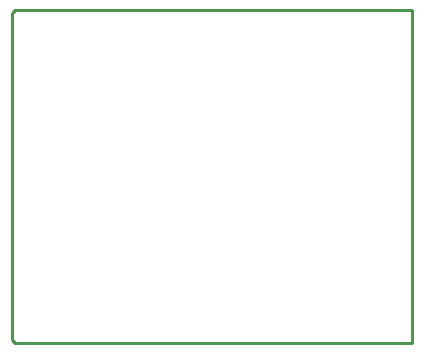
<source format=gko>
%FSLAX25Y25*%
%MOIN*%
G70*
G01*
G75*
G04 Layer_Color=16711935*
%ADD10R,0.11811X0.05906*%
%ADD11R,0.11811X0.03937*%
%ADD12R,0.03000X0.02500*%
%ADD13C,0.01000*%
%ADD14C,0.06000*%
%ADD15C,0.03000*%
%ADD16C,0.03937*%
%ADD17C,0.23622*%
%ADD18C,0.00300*%
%ADD19C,0.00500*%
%ADD20C,0.00394*%
%ADD21C,0.05906*%
%ADD22R,0.12611X0.06706*%
%ADD23R,0.12611X0.04737*%
%ADD24R,0.03800X0.03300*%
%ADD25C,0.06800*%
%ADD26C,0.03800*%
D13*
X1500Y111500D02*
X133858D01*
X500Y110500D02*
X1500Y111500D01*
X500Y1500D02*
Y110500D01*
Y1500D02*
X1500Y500D01*
X133858D01*
Y111500D01*
M02*

</source>
